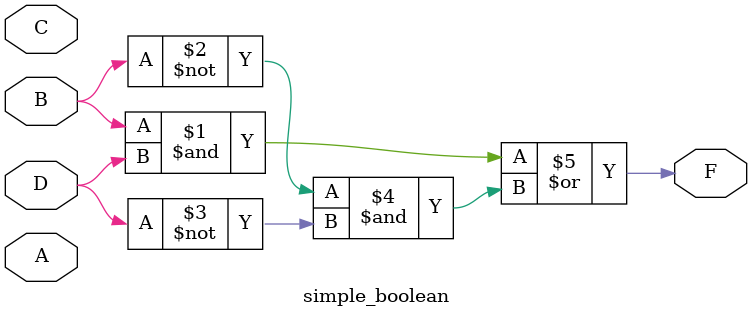
<source format=v>

module simple_boolean(
    //-------------------------------------------------------------------------
    // PORT DECLARATIONS
    //-------------------------------------------------------------------------
    input  A,                       // Input A (MSB) - doesn't affect output
    input  B,                       // Input B - primary logic input
    input  C,                       // Input C - doesn't affect output  
    input  D,                       // Input D (LSB) - primary logic input
    output F                        // Output F - Boolean function result
);

    //-------------------------------------------------------------------------
    // COMBINATIONAL LOGIC IMPLEMENTATION
    //-------------------------------------------------------------------------
    // Boolean function: F = (B & D) | (~B & ~D)
    // This implements XNOR logic: F = 1 when B == D, F = 0 when B != D
    // Truth table:
    // B D | F
    // ----+---
    // 0 0 | 1  (Both low -> output high)
    // 0 1 | 0  (Different -> output low)  
    // 1 0 | 0  (Different -> output low)
    // 1 1 | 1  (Both high -> output high)
    
    assign F = (B & D) |            // Term 1: B AND D (both inputs high)
               (~B & ~D);           // Term 2: NOT B AND NOT D (both inputs low)
    
    // Alternative implementations (equivalent):
    // assign F = ~(B ^ D);         // XNOR using XOR negation
    // assign F = (B ~^ D);         // Direct XNOR operator (Verilog)

endmodule

//=============================================================================
// DESIGN NOTES AND ANALYSIS
//=============================================================================
// 1. FUNCTIONALITY: This module implements an XNOR gate between inputs B and D
// 2. INPUT DEPENDENCY: Only B and D affect the output; A and C are ignored
// 3. GATE COUNT: 2 AND gates + 2 NOT gates + 1 OR gate = 5 gates total  
// 4. PROPAGATION: Combinational logic with no clock - immediate response
// 5. SYNTHESIS: Will synthesize to basic logic gates in any FPGA/ASIC flow
//=============================================================================

</source>
